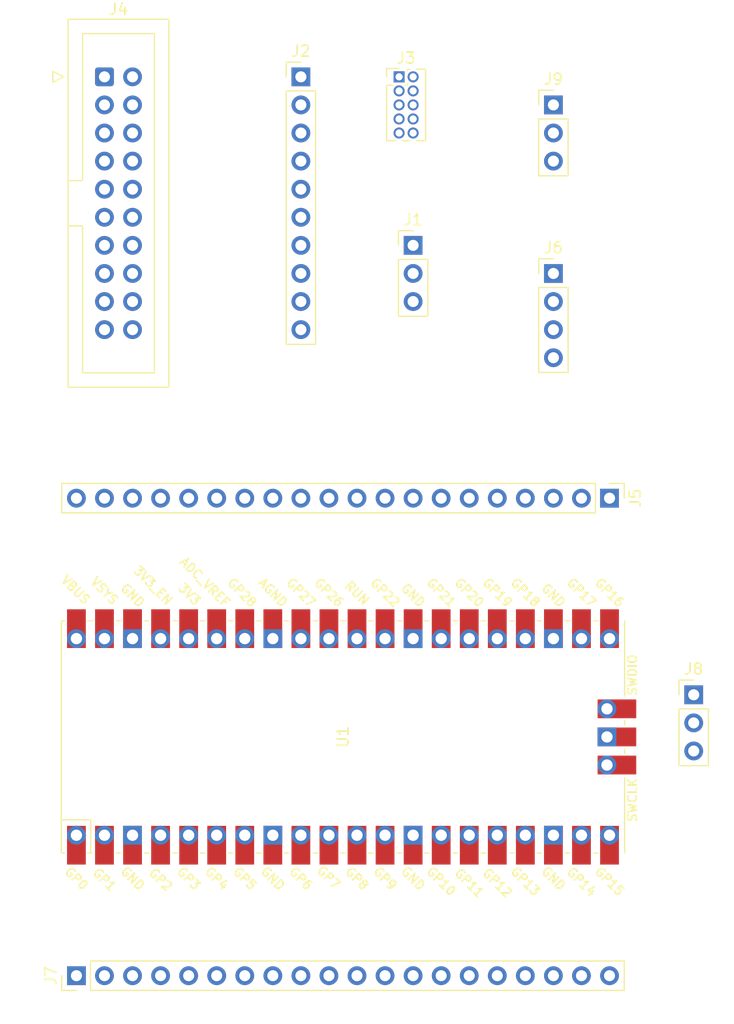
<source format=kicad_pcb>
(kicad_pcb (version 20221018) (generator pcbnew)
  (layers (0 "F.Cu" signal) (31 "B.Cu" signal) (34 "B.Paste" user) (35 "F.Paste" user) (36 "B.SilkS" user "B.Silkscreen") (37 "F.SilkS" user "F.Silkscreen") (38 "B.Mask" user) (39 "F.Mask" user) (44 "Edge.Cuts" user))
  (net 0 "")
  (net 1 "GND")
  (net 2 "/VTREF")
  (net 3 "/TRST")
  (net 4 "/TDI")
  (net 5 "/TMS")
  (net 6 "/TCK")
  (net 7 "/RTCK")
  (net 8 "/TDO")
  (net 9 "/Reset")
  (net 10 "/Pin17")
  (net 11 "/VSupply")
  (net 14 "Net-(J5-Pin_1)")
  (net 15 "Net-(J5-Pin_2)")
  (net 16 "Net-(J5-Pin_4)")
  (net 17 "Net-(J5-Pin_5)")
  (net 18 "Net-(J5-Pin_6)")
  (net 19 "Net-(J5-Pin_7)")
  (net 20 "Net-(J5-Pin_9)")
  (net 21 "Net-(J5-Pin_10)")
  (net 22 "Net-(J5-Pin_11)")
  (net 23 "Net-(J5-Pin_12)")
  (net 24 "Net-(J5-Pin_14)")
  (net 25 "Net-(J5-Pin_15)")
  (net 26 "Net-(J5-Pin_16)")
  (net 27 "Net-(J5-Pin_17)")
  (net 28 "/VSYS")
  (net 29 "/VBUS")
  (net 30 "/RXD")
  (net 31 "/TXD")
  (net 32 "Net-(J7-Pin_1)")
  (net 33 "Net-(J7-Pin_2)")
  (net 34 "Net-(J7-Pin_9)")
  (net 35 "Net-(J7-Pin_10)")
  (net 36 "Net-(J7-Pin_11)")
  (net 37 "Net-(J7-Pin_12)")
  (net 38 "Net-(J7-Pin_14)")
  (net 39 "Net-(J7-Pin_15)")
  (net 40 "Net-(J7-Pin_16)")
  (net 41 "Net-(J7-Pin_17)")
  (net 42 "Net-(J7-Pin_19)")
  (net 43 "Net-(J7-Pin_20)")
  (net 44 "Net-(J8-Pin_1)")
  (net 45 "Net-(J8-Pin_3)")
  (footprint "Connector_IDC:IDC-Header_2x10_P2.54mm_Vertical" (layer "F.Cu") (at 91.44 53.34)
    (fp_text reference "J4" (at 1.27 -6.1) (layer "F.SilkS"))
    (fp_text value "JLink IDC")
    (fp_line (start -4.68 -0.5) (end -4.68 0.5) (stroke (width 0.12)) (layer "F.SilkS"))
    (fp_line (start -4.68 0.5) (end -3.68 0) (stroke (width 0.12)) (layer "F.SilkS"))
    (fp_line (start -3.68 0) (end -4.68 -0.5) (stroke (width 0.12)) (layer "F.SilkS"))
    (fp_line (start -3.29 -5.21) (end 5.83 -5.21) (stroke (width 0.12)) (layer "F.SilkS"))
    (fp_line (start -3.29 9.38) (end -1.98 9.38) (stroke (width 0.12)) (layer "F.SilkS"))
    (fp_line (start -3.29 28.07) (end -3.29 -5.21) (stroke (width 0.12)) (layer "F.SilkS"))
    (fp_line (start -1.98 -3.91) (end 4.52 -3.91) (stroke (width 0.12)) (layer "F.SilkS"))
    (fp_line (start -1.98 9.38) (end -1.98 -3.91) (stroke (width 0.12)) (layer "F.SilkS"))
    (fp_line (start -1.98 13.48) (end -3.29 13.48) (stroke (width 0.12)) (layer "F.SilkS"))
    (fp_line (start -1.98 13.48) (end -1.98 13.48) (stroke (width 0.12)) (layer "F.SilkS"))
    (fp_line (start -1.98 26.77) (end -1.98 13.48) (stroke (width 0.12)) (layer "F.SilkS"))
    (fp_line (start 4.52 -3.91) (end 4.52 26.77) (stroke (width 0.12)) (layer "F.SilkS"))
    (fp_line (start 4.52 26.77) (end -1.98 26.77) (stroke (width 0.12)) (layer "F.SilkS"))
    (fp_line (start 5.83 -5.21) (end 5.83 28.07) (stroke (width 0.12)) (layer "F.SilkS"))
    (fp_line (start 5.83 28.07) (end -3.29 28.07) (stroke (width 0.12)) (layer "F.SilkS"))
    (pad "1" thru_hole roundrect (at 0 0) (size 1.7 1.7) (drill 1) (layers "*.Cu" "*.Mask") (roundrect_rratio 0.147059) (net 2 "/VTREF"))
    (pad "2" thru_hole circle (at 2.54 0) (size 1.7 1.7) (drill 1) (layers "*.Cu" "*.Mask"))
    (pad "3" thru_hole circle (at 0 2.54) (size 1.7 1.7) (drill 1) (layers "*.Cu" "*.Mask") (net 3 "/TRST"))
    (pad "4" thru_hole circle (at 2.54 2.54) (size 1.7 1.7) (drill 1) (layers "*.Cu" "*.Mask") (net 1 "GND"))
    (pad "5" thru_hole circle (at 0 5.08) (size 1.7 1.7) (drill 1) (layers "*.Cu" "*.Mask") (net 4 "/TDI"))
    (pad "6" thru_hole circle (at 2.54 5.08) (size 1.7 1.7) (drill 1) (layers "*.Cu" "*.Mask") (net 1 "GND"))
    (pad "7" thru_hole circle (at 0 7.62) (size 1.7 1.7) (drill 1) (layers "*.Cu" "*.Mask") (net 5 "/TMS"))
    (pad "8" thru_hole circle (at 2.54 7.62) (size 1.7 1.7) (drill 1) (layers "*.Cu" "*.Mask") (net 1 "GND"))
    (pad "9" thru_hole circle (at 0 10.16) (size 1.7 1.7) (drill 1) (layers "*.Cu" "*.Mask") (net 6 "/TCK"))
    (pad "10" thru_hole circle (at 2.54 10.16) (size 1.7 1.7) (drill 1) (layers "*.Cu" "*.Mask") (net 1 "GND"))
    (pad "11" thru_hole circle (at 0 12.7) (size 1.7 1.7) (drill 1) (layers "*.Cu" "*.Mask") (net 7 "/RTCK"))
    (pad "12" thru_hole circle (at 2.54 12.7) (size 1.7 1.7) (drill 1) (layers "*.Cu" "*.Mask") (net 1 "GND"))
    (pad "13" thru_hole circle (at 0 15.24) (size 1.7 1.7) (drill 1) (layers "*.Cu" "*.Mask") (net 8 "/TDO"))
    (pad "14" thru_hole circle (at 2.54 15.24) (size 1.7 1.7) (drill 1) (layers "*.Cu" "*.Mask") (net 1 "GND"))
    (pad "15" thru_hole circle (at 0 17.78) (size 1.7 1.7) (drill 1) (layers "*.Cu" "*.Mask") (net 9 "/Reset"))
    (pad "16" thru_hole circle (at 2.54 17.78) (size 1.7 1.7) (drill 1) (layers "*.Cu" "*.Mask") (net 1 "GND"))
    (pad "17" thru_hole circle (at 0 20.32) (size 1.7 1.7) (drill 1) (layers "*.Cu" "*.Mask") (net 10 "/Pin17"))
    (pad "18" thru_hole circle (at 2.54 20.32) (size 1.7 1.7) (drill 1) (layers "*.Cu" "*.Mask") (net 1 "GND"))
    (pad "19" thru_hole circle (at 0 22.86) (size 1.7 1.7) (drill 1) (layers "*.Cu" "*.Mask") (net 11 "/VSupply"))
    (pad "20" thru_hole circle (at 2.54 22.86) (size 1.7 1.7) (drill 1) (layers "*.Cu" "*.Mask") (net 1 "GND"))
  )
  (footprint "Connector_PinHeader_2.54mm:PinHeader_1x03_P2.54mm_Vertical" (layer "F.Cu") (at 132.08 55.88)
    (fp_text reference "J9" (at 0 -2.33) (layer "F.SilkS"))
    (fp_text value "RP2040 Power")
    (fp_line (start -1.33 -1.33) (end 0 -1.33) (stroke (width 0.12)) (layer "F.SilkS"))
    (fp_line (start -1.33 0) (end -1.33 -1.33) (stroke (width 0.12)) (layer "F.SilkS"))
    (fp_line (start -1.33 1.27) (end -1.33 6.41) (stroke (width 0.12)) (layer "F.SilkS"))
    (fp_line (start -1.33 1.27) (end 1.33 1.27) (stroke (width 0.12)) (layer "F.SilkS"))
    (fp_line (start -1.33 6.41) (end 1.33 6.41) (stroke (width 0.12)) (layer "F.SilkS"))
    (fp_line (start 1.33 1.27) (end 1.33 6.41) (stroke (width 0.12)) (layer "F.SilkS"))
    (pad "1" thru_hole rect (at 0 0) (size 1.7 1.7) (drill 1) (layers "*.Cu" "*.Mask") (net 29 "/VBUS"))
    (pad "2" thru_hole oval (at 0 2.54) (size 1.7 1.7) (drill 1) (layers "*.Cu" "*.Mask") (net 28 "/VSYS"))
    (pad "3" thru_hole oval (at 0 5.08) (size 1.7 1.7) (drill 1) (layers "*.Cu" "*.Mask") (net 1 "GND"))
  )
  (footprint "Connector_PinHeader_1.27mm:PinHeader_2x05_P1.27mm_Vertical" (layer "F.Cu") (at 118.11 53.34)
    (fp_text reference "J3" (at 0.635 -1.695) (layer "F.SilkS"))
    (fp_text value "SWD Mini IDC")
    (fp_line (start -1.13 -0.76) (end 0 -0.76) (stroke (width 0.12)) (layer "F.SilkS"))
    (fp_line (start -1.13 0) (end -1.13 -0.76) (stroke (width 0.12)) (layer "F.SilkS"))
    (fp_line (start -1.13 0.76) (end -1.13 5.775) (stroke (width 0.12)) (layer "F.SilkS"))
    (fp_line (start -1.13 0.76) (end -0.563471 0.76) (stroke (width 0.12)) (layer "F.SilkS"))
    (fp_line (start -1.13 5.775) (end -0.30753 5.775) (stroke (width 0.12)) (layer "F.SilkS"))
    (fp_line (start 0.30753 5.775) (end 0.96247 5.775) (stroke (width 0.12)) (layer "F.SilkS"))
    (fp_line (start 0.563471 0.76) (end 0.706529 0.76) (stroke (width 0.12)) (layer "F.SilkS"))
    (fp_line (start 0.76 -0.695) (end 0.96247 -0.695) (stroke (width 0.12)) (layer "F.SilkS"))
    (fp_line (start 0.76 -0.563471) (end 0.76 -0.695) (stroke (width 0.12)) (layer "F.SilkS"))
    (fp_line (start 0.76 0.706529) (end 0.76 0.563471) (stroke (width 0.12)) (layer "F.SilkS"))
    (fp_line (start 1.57753 -0.695) (end 2.4 -0.695) (stroke (width 0.12)) (layer "F.SilkS"))
    (fp_line (start 1.57753 5.775) (end 2.4 5.775) (stroke (width 0.12)) (layer "F.SilkS"))
    (fp_line (start 2.4 -0.695) (end 2.4 5.775) (stroke (width 0.12)) (layer "F.SilkS"))
    (pad "1" thru_hole rect (at 0 0) (size 1 1) (drill 0.65) (layers "*.Cu" "*.Mask") (net 2 "/VTREF"))
    (pad "2" thru_hole oval (at 1.27 0) (size 1 1) (drill 0.65) (layers "*.Cu" "*.Mask") (net 5 "/TMS"))
    (pad "3" thru_hole oval (at 0 1.27) (size 1 1) (drill 0.65) (layers "*.Cu" "*.Mask") (net 1 "GND"))
    (pad "4" thru_hole oval (at 1.27 1.27) (size 1 1) (drill 0.65) (layers "*.Cu" "*.Mask") (net 6 "/TCK"))
    (pad "5" thru_hole oval (at 0 2.54) (size 1 1) (drill 0.65) (layers "*.Cu" "*.Mask") (net 1 "GND"))
    (pad "6" thru_hole oval (at 1.27 2.54) (size 1 1) (drill 0.65) (layers "*.Cu" "*.Mask") (net 8 "/TDO"))
    (pad "7" thru_hole oval (at 0 3.81) (size 1 1) (drill 0.65) (layers "*.Cu" "*.Mask"))
    (pad "8" thru_hole oval (at 1.27 3.81) (size 1 1) (drill 0.65) (layers "*.Cu" "*.Mask") (net 4 "/TDI"))
    (pad "9" thru_hole oval (at 0 5.08) (size 1 1) (drill 0.65) (layers "*.Cu" "*.Mask") (net 1 "GND"))
    (pad "10" thru_hole oval (at 1.27 5.08) (size 1 1) (drill 0.65) (layers "*.Cu" "*.Mask") (net 9 "/Reset"))
  )
  (footprint "Connector_PinHeader_2.54mm:PinHeader_1x20_P2.54mm_Vertical" (layer "F.Cu") (at 137.16 91.44 -90)
    (fp_text reference "J5" (at 0 -2.33 90) (layer "F.SilkS"))
    (fp_text value "Pico GPIO2")
    (fp_line (start -1.33 -1.33) (end 0 -1.33) (stroke (width 0.12)) (layer "F.SilkS"))
    (fp_line (start -1.33 0) (end -1.33 -1.33) (stroke (width 0.12)) (layer "F.SilkS"))
    (fp_line (start -1.33 1.27) (end -1.33 49.59) (stroke (width 0.12)) (layer "F.SilkS"))
    (fp_line (start -1.33 1.27) (end 1.33 1.27) (stroke (width 0.12)) (layer "F.SilkS"))
    (fp_line (start -1.33 49.59) (end 1.33 49.59) (stroke (width 0.12)) (layer "F.SilkS"))
    (fp_line (start 1.33 1.27) (end 1.33 49.59) (stroke (width 0.12)) (layer "F.SilkS"))
    (pad "1" thru_hole rect (at 0 0 270) (size 1.7 1.7) (drill 1) (layers "*.Cu" "*.Mask") (net 14 "Net-(J5-Pin_1)"))
    (pad "2" thru_hole oval (at 0 2.54 270) (size 1.7 1.7) (drill 1) (layers "*.Cu" "*.Mask") (net 15 "Net-(J5-Pin_2)"))
    (pad "3" thru_hole oval (at 0 5.08 270) (size 1.7 1.7) (drill 1) (layers "*.Cu" "*.Mask") (net 1 "GND"))
    (pad "4" thru_hole oval (at 0 7.62 270) (size 1.7 1.7) (drill 1) (layers "*.Cu" "*.Mask") (net 16 "Net-(J5-Pin_4)"))
    (pad "5" thru_hole oval (at 0 10.16 270) (size 1.7 1.7) (drill 1) (layers "*.Cu" "*.Mask") (net 17 "Net-(J5-Pin_5)"))
    (pad "6" thru_hole oval (at 0 12.7 270) (size 1.7 1.7) (drill 1) (layers "*.Cu" "*.Mask") (net 18 "Net-(J5-Pin_6)"))
    (pad "7" thru_hole oval (at 0 15.24 270) (size 1.7 1.7) (drill 1) (layers "*.Cu" "*.Mask") (net 19 "Net-(J5-Pin_7)"))
    (pad "8" thru_hole oval (at 0 17.78 270) (size 1.7 1.7) (drill 1) (layers "*.Cu" "*.Mask") (net 1 "GND"))
    (pad "9" thru_hole oval (at 0 20.32 270) (size 1.7 1.7) (drill 1) (layers "*.Cu" "*.Mask") (net 20 "Net-(J5-Pin_9)"))
    (pad "10" thru_hole oval (at 0 22.86 270) (size 1.7 1.7) (drill 1) (layers "*.Cu" "*.Mask") (net 21 "Net-(J5-Pin_10)"))
    (pad "11" thru_hole oval (at 0 25.4 270) (size 1.7 1.7) (drill 1) (layers "*.Cu" "*.Mask") (net 22 "Net-(J5-Pin_11)"))
    (pad "12" thru_hole oval (at 0 27.94 270) (size 1.7 1.7) (drill 1) (layers "*.Cu" "*.Mask") (net 23 "Net-(J5-Pin_12)"))
    (pad "13" thru_hole oval (at 0 30.48 270) (size 1.7 1.7) (drill 1) (layers "*.Cu" "*.Mask") (net 1 "GND"))
    (pad "14" thru_hole oval (at 0 33.02 270) (size 1.7 1.7) (drill 1) (layers "*.Cu" "*.Mask") (net 24 "Net-(J5-Pin_14)"))
    (pad "15" thru_hole oval (at 0 35.56 270) (size 1.7 1.7) (drill 1) (layers "*.Cu" "*.Mask") (net 25 "Net-(J5-Pin_15)"))
    (pad "16" thru_hole oval (at 0 38.1 270) (size 1.7 1.7) (drill 1) (layers "*.Cu" "*.Mask") (net 26 "Net-(J5-Pin_16)"))
    (pad "17" thru_hole oval (at 0 40.64 270) (size 1.7 1.7) (drill 1) (layers "*.Cu" "*.Mask") (net 27 "Net-(J5-Pin_17)"))
    (pad "18" thru_hole oval (at 0 43.18 270) (size 1.7 1.7) (drill 1) (layers "*.Cu" "*.Mask") (net 1 "GND"))
    (pad "19" thru_hole oval (at 0 45.72 270) (size 1.7 1.7) (drill 1) (layers "*.Cu" "*.Mask") (net 28 "/VSYS"))
    (pad "20" thru_hole oval (at 0 48.26 270) (size 1.7 1.7) (drill 1) (layers "*.Cu" "*.Mask") (net 29 "/VBUS"))
  )
  (footprint "Connector_PinHeader_2.54mm:PinHeader_1x20_P2.54mm_Vertical" (layer "F.Cu") (at 88.9 134.62 90)
    (fp_text reference "J7" (at 0 -2.33 90) (layer "F.SilkS"))
    (fp_text value "Pico GPIO1")
    (fp_line (start -1.33 -1.33) (end 0 -1.33) (stroke (width 0.12)) (layer "F.SilkS"))
    (fp_line (start -1.33 0) (end -1.33 -1.33) (stroke (width 0.12)) (layer "F.SilkS"))
    (fp_line (start -1.33 1.27) (end -1.33 49.59) (stroke (width 0.12)) (layer "F.SilkS"))
    (fp_line (start -1.33 1.27) (end 1.33 1.27) (stroke (width 0.12)) (layer "F.SilkS"))
    (fp_line (start -1.33 49.59) (end 1.33 49.59) (stroke (width 0.12)) (layer "F.SilkS"))
    (fp_line (start 1.33 1.27) (end 1.33 49.59) (stroke (width 0.12)) (layer "F.SilkS"))
    (pad "1" thru_hole rect (at 0 0 90) (size 1.7 1.7) (drill 1) (layers "*.Cu" "*.Mask") (net 32 "Net-(J7-Pin_1)"))
    (pad "2" thru_hole oval (at 0 2.54 90) (size 1.7 1.7) (drill 1) (layers "*.Cu" "*.Mask") (net 33 "Net-(J7-Pin_2)"))
    (pad "3" thru_hole oval (at 0 5.08 90) (size 1.7 1.7) (drill 1) (layers "*.Cu" "*.Mask") (net 1 "GND"))
    (pad "4" thru_hole oval (at 0 7.62 90) (size 1.7 1.7) (drill 1) (layers "*.Cu" "*.Mask") (net 6 "/TCK"))
    (pad "5" thru_hole oval (at 0 10.16 90) (size 1.7 1.7) (drill 1) (layers "*.Cu" "*.Mask") (net 5 "/TMS"))
    (pad "6" thru_hole oval (at 0 12.7 90) (size 1.7 1.7) (drill 1) (layers "*.Cu" "*.Mask") (net 30 "/RXD"))
    (pad "7" thru_hole oval (at 0 15.24 90) (size 1.7 1.7) (drill 1) (layers "*.Cu" "*.Mask") (net 31 "/TXD"))
    (pad "8" thru_hole oval (at 0 17.78 90) (size 1.7 1.7) (drill 1) (layers "*.Cu" "*.Mask") (net 1 "GND"))
    (pad "9" thru_hole oval (at 0 20.32 90) (size 1.7 1.7) (drill 1) (layers "*.Cu" "*.Mask") (net 34 "Net-(J7-Pin_9)"))
    (pad "10" thru_hole oval (at 0 22.86 90) (size 1.7 1.7) (drill 1) (layers "*.Cu" "*.Mask") (net 35 "Net-(J7-Pin_10)"))
    (pad "11" thru_hole oval (at 0 25.4 90) (size 1.7 1.7) (drill 1) (layers "*.Cu" "*.Mask") (net 36 "Net-(J7-Pin_11)"))
    (pad "12" thru_hole oval (at 0 27.94 90) (size 1.7 1.7) (drill 1) (layers "*.Cu" "*.Mask") (net 37 "Net-(J7-Pin_12)"))
    (pad "13" thru_hole oval (at 0 30.48 90) (size 1.7 1.7) (drill 1) (layers "*.Cu" "*.Mask") (net 1 "GND"))
    (pad "14" thru_hole oval (at 0 33.02 90) (size 1.7 1.7) (drill 1) (layers "*.Cu" "*.Mask") (net 38 "Net-(J7-Pin_14)"))
    (pad "15" thru_hole oval (at 0 35.56 90) (size 1.7 1.7) (drill 1) (layers "*.Cu" "*.Mask") (net 39 "Net-(J7-Pin_15)"))
    (pad "16" thru_hole oval (at 0 38.1 90) (size 1.7 1.7) (drill 1) (layers "*.Cu" "*.Mask") (net 40 "Net-(J7-Pin_16)"))
    (pad "17" thru_hole oval (at 0 40.64 90) (size 1.7 1.7) (drill 1) (layers "*.Cu" "*.Mask") (net 41 "Net-(J7-Pin_17)"))
    (pad "18" thru_hole oval (at 0 43.18 90) (size 1.7 1.7) (drill 1) (layers "*.Cu" "*.Mask") (net 1 "GND"))
    (pad "19" thru_hole oval (at 0 45.72 90) (size 1.7 1.7) (drill 1) (layers "*.Cu" "*.Mask") (net 42 "Net-(J7-Pin_19)"))
    (pad "20" thru_hole oval (at 0 48.26 90) (size 1.7 1.7) (drill 1) (layers "*.Cu" "*.Mask") (net 43 "Net-(J7-Pin_20)"))
  )
  (footprint "Connector_PinHeader_2.54mm:PinHeader_1x10_P2.54mm_Vertical" (layer "F.Cu") (at 109.22 53.34)
    (fp_text reference "J2" (at 0 -2.33) (layer "F.SilkS"))
    (fp_text value "Breakout")
    (fp_line (start -1.33 -1.33) (end 0 -1.33) (stroke (width 0.12)) (layer "F.SilkS"))
    (fp_line (start -1.33 0) (end -1.33 -1.33) (stroke (width 0.12)) (layer "F.SilkS"))
    (fp_line (start -1.33 1.27) (end -1.33 24.19) (stroke (width 0.12)) (layer "F.SilkS"))
    (fp_line (start -1.33 1.27) (end 1.33 1.27) (stroke (width 0.12)) (layer "F.SilkS"))
    (fp_line (start -1.33 24.19) (end 1.33 24.19) (stroke (width 0.12)) (layer "F.SilkS"))
    (fp_line (start 1.33 1.27) (end 1.33 24.19) (stroke (width 0.12)) (layer "F.SilkS"))
    (pad "1" thru_hole rect (at 0 0) (size 1.7 1.7) (drill 1) (layers "*.Cu" "*.Mask") (net 2 "/VTREF"))
    (pad "2" thru_hole oval (at 0 2.54) (size 1.7 1.7) (drill 1) (layers "*.Cu" "*.Mask") (net 3 "/TRST"))
    (pad "3" thru_hole oval (at 0 5.08) (size 1.7 1.7) (drill 1) (layers "*.Cu" "*.Mask") (net 4 "/TDI"))
    (pad "4" thru_hole oval (at 0 7.62) (size 1.7 1.7) (drill 1) (layers "*.Cu" "*.Mask") (net 5 "/TMS"))
    (pad "5" thru_hole oval (at 0 10.16) (size 1.7 1.7) (drill 1) (layers "*.Cu" "*.Mask") (net 6 "/TCK"))
    (pad "6" thru_hole oval (at 0 12.7) (size 1.7 1.7) (drill 1) (layers "*.Cu" "*.Mask") (net 7 "/RTCK"))
    (pad "7" thru_hole oval (at 0 15.24) (size 1.7 1.7) (drill 1) (layers "*.Cu" "*.Mask") (net 8 "/TDO"))
    (pad "8" thru_hole oval (at 0 17.78) (size 1.7 1.7) (drill 1) (layers "*.Cu" "*.Mask") (net 9 "/Reset"))
    (pad "9" thru_hole oval (at 0 20.32) (size 1.7 1.7) (drill 1) (layers "*.Cu" "*.Mask") (net 10 "/Pin17"))
    (pad "10" thru_hole oval (at 0 22.86) (size 1.7 1.7) (drill 1) (layers "*.Cu" "*.Mask") (net 11 "/VSupply"))
  )
  (footprint "Connector_PinHeader_2.54mm:PinHeader_1x03_P2.54mm_Vertical" (layer "F.Cu") (at 144.78 109.22)
    (fp_text reference "J8" (at 0 -2.33) (layer "F.SilkS"))
    (fp_text value "Pico SWD")
    (fp_line (start -1.33 -1.33) (end 0 -1.33) (stroke (width 0.12)) (layer "F.SilkS"))
    (fp_line (start -1.33 0) (end -1.33 -1.33) (stroke (width 0.12)) (layer "F.SilkS"))
    (fp_line (start -1.33 1.27) (end -1.33 6.41) (stroke (width 0.12)) (layer "F.SilkS"))
    (fp_line (start -1.33 1.27) (end 1.33 1.27) (stroke (width 0.12)) (layer "F.SilkS"))
    (fp_line (start -1.33 6.41) (end 1.33 6.41) (stroke (width 0.12)) (layer "F.SilkS"))
    (fp_line (start 1.33 1.27) (end 1.33 6.41) (stroke (width 0.12)) (layer "F.SilkS"))
    (pad "1" thru_hole rect (at 0 0) (size 1.7 1.7) (drill 1) (layers "*.Cu" "*.Mask") (net 44 "Net-(J8-Pin_1)"))
    (pad "2" thru_hole oval (at 0 2.54) (size 1.7 1.7) (drill 1) (layers "*.Cu" "*.Mask") (net 1 "GND"))
    (pad "3" thru_hole oval (at 0 5.08) (size 1.7 1.7) (drill 1) (layers "*.Cu" "*.Mask") (net 45 "Net-(J8-Pin_3)"))
  )
  (footprint "Connector_PinHeader_2.54mm:PinHeader_1x03_P2.54mm_Vertical" (layer "F.Cu") (at 119.38 68.58)
    (fp_text reference "J1" (at 0 -2.33) (layer "F.SilkS"))
    (fp_text value "GND")
    (fp_line (start -1.33 -1.33) (end 0 -1.33) (stroke (width 0.12)) (layer "F.SilkS"))
    (fp_line (start -1.33 0) (end -1.33 -1.33) (stroke (width 0.12)) (layer "F.SilkS"))
    (fp_line (start -1.33 1.27) (end -1.33 6.41) (stroke (width 0.12)) (layer "F.SilkS"))
    (fp_line (start -1.33 1.27) (end 1.33 1.27) (stroke (width 0.12)) (layer "F.SilkS"))
    (fp_line (start -1.33 6.41) (end 1.33 6.41) (stroke (width 0.12)) (layer "F.SilkS"))
    (fp_line (start 1.33 1.27) (end 1.33 6.41) (stroke (width 0.12)) (layer "F.SilkS"))
    (pad "1" thru_hole rect (at 0 0) (size 1.7 1.7) (drill 1) (layers "*.Cu" "*.Mask") (net 1 "GND"))
    (pad "2" thru_hole oval (at 0 2.54) (size 1.7 1.7) (drill 1) (layers "*.Cu" "*.Mask") (net 1 "GND"))
    (pad "3" thru_hole oval (at 0 5.08) (size 1.7 1.7) (drill 1) (layers "*.Cu" "*.Mask") (net 1 "GND"))
  )
  (footprint "MCU_RaspberryPi_and_Boards:RPi_Pico_SMD_TH" (layer "F.Cu") (at 113.03 113.03 90)
    (fp_text reference "U1" (at 0 0 90) (layer "F.SilkS"))
    (fp_text value "Pico")
    (fp_text user "GP18" (at 13.054 16.51 135) (layer "F.SilkS") (effects (font (size 0.8 0.8))))
    (fp_text user "GP14" (at -13.1 21.59 135) (layer "F.SilkS") (effects (font (size 0.8 0.8))))
    (fp_text user "GND" (at 12.8 6.35 135) (layer "F.SilkS") (effects (font (size 0.8 0.8))))
    (fp_text user "GND" (at -12.8 -6.35 135) (layer "F.SilkS") (effects (font (size 0.8 0.8))))
    (fp_text user "GND" (at -12.8 6.35 135) (layer "F.SilkS") (effects (font (size 0.8 0.8))))
    (fp_text user "GP28" (at 13.054 -9.144 135) (layer "F.SilkS") (effects (font (size 0.8 0.8))))
    (fp_text user "ADC_VREF" (at 14 -12.5 135) (layer "F.SilkS") (effects (font (size 0.8 0.8))))
    (fp_text user "GP20" (at 13.054 11.43 135) (layer "F.SilkS") (effects (font (size 0.8 0.8))))
    (fp_text user "GP7" (at -12.7 -1.3 135) (layer "F.SilkS") (effects (font (size 0.8 0.8))))
    (fp_text user "RUN" (at 13 1.27 135) (layer "F.SilkS") (effects (font (size 0.8 0.8))))
    (fp_text user "GND" (at -12.8 19.05 135) (layer "F.SilkS") (effects (font (size 0.8 0.8))))
    (fp_text user "GP11" (at -13.2 11.43 135) (layer "F.SilkS") (effects (font (size 0.8 0.8))))
    (fp_text user "3V3" (at 12.9 -13.9 135) (layer "F.SilkS") (effects (font (size 0.8 0.8))))
    (fp_text user "AGND" (at 13.054 -6.35 135) (layer "F.SilkS") (effects (font (size 0.8 0.8))))
    (fp_text user "GND" (at -12.8 -19.05 135) (layer "F.SilkS") (effects (font (size 0.8 0.8))))
    (fp_text user "GP22" (at 13.054 3.81 135) (layer "F.SilkS") (effects (font (size 0.8 0.8))))
    (fp_text user "GP5" (at -12.8 -8.89 135) (layer "F.SilkS") (effects (font (size 0.8 0.8))))
    (fp_text user "GP12" (at -13.2 13.97 135) (layer "F.SilkS") (effects (font (size 0.8 0.8))))
    (fp_text user "GP17" (at 13.054 21.59 135) (layer "F.SilkS") (effects (font (size 0.8 0.8))))
    (fp_text user "GP27" (at 13.054 -3.8 135) (layer "F.SilkS") (effects (font (size 0.8 0.8))))
    (fp_text user "SWDIO" (at 5.6 26.2 90) (layer "F.SilkS") (effects (font (size 0.8 0.8))))
    (fp_text user "3V3_EN" (at 13.7 -17.2 135) (layer "F.SilkS") (effects (font (size 0.8 0.8))))
    (fp_text user "GP0" (at -12.8 -24.13 135) (layer "F.SilkS") (effects (font (size 0.8 0.8))))
    (fp_text user "GP2" (at -12.9 -16.51 135) (layer "F.SilkS") (effects (font (size 0.8 0.8))))
    (fp_text user "GP26" (at 13.054 -1.27 135) (layer "F.SilkS") (effects (font (size 0.8 0.8))))
    (fp_text user "GP3" (at -12.8 -13.97 135) (layer "F.SilkS") (effects (font (size 0.8 0.8))))
    (fp_text user "GP16" (at 13.054 24.13 135) (layer "F.SilkS") (effects (font (size 0.8 0.8))))
    (fp_text user "GP6" (at -12.8 -3.81 135) (layer "F.SilkS") (effects (font (size 0.8 0.8))))
    (fp_text user "GP10" (at -13.054 8.89 135) (layer "F.SilkS") (effects (font (size 0.8 0.8))))
    (fp_text user "GP21" (at 13.054 8.9 135) (layer "F.SilkS") (effects (font (size 0.8 0.8))))
    (fp_text user "SWCLK" (at -5.7 26.2 90) (layer "F.SilkS") (effects (font (size 0.8 0.8))))
    (fp_text user "GND" (at 12.8 -19.05 135) (layer "F.SilkS") (effects (font (size 0.8 0.8))))
    (fp_text user "VSYS" (at 13.2 -21.59 135) (layer "F.SilkS") (effects (font (size 0.8 0.8))))
    (fp_text user "GP9" (at -12.8 3.81 135) (layer "F.SilkS") (effects (font (size 0.8 0.8))))
    (fp_text user "VBUS" (at 13.3 -24.2 135) (layer "F.SilkS") (effects (font (size 0.8 0.8))))
    (fp_text user "GP13" (at -13.054 16.51 135) (layer "F.SilkS") (effects (font (size 0.8 0.8))))
    (fp_text user "GP8" (at -12.8 1.27 135) (layer "F.SilkS") (effects (font (size 0.8 0.8))))
    (fp_text user "GP1" (at -12.9 -21.6 135) (layer "F.SilkS") (effects (font (size 0.8 0.8))))
    (fp_text user "GND" (at 12.8 19.05 135) (layer "F.SilkS") (effects (font (size 0.8 0.8))))
    (fp_text user "GP15" (at -13.054 24.13 135) (layer "F.SilkS") (effects (font (size 0.8 0.8))))
    (fp_text user "GP4" (at -12.8 -11.43 135) (layer "F.SilkS") (effects (font (size 0.8 0.8))))
    (fp_text user "GP19" (at 13.054 13.97 135) (layer "F.SilkS") (effects (font (size 0.8 0.8))))
    (fp_line (start -10.5 -25.5) (end -10.5 -25.2) (stroke (width 0.12)) (layer "F.SilkS"))
    (fp_line (start -10.5 -25.5) (end 10.5 -25.5) (stroke (width 0.12)) (layer "F.SilkS"))
    (fp_line (start -10.5 -23.1) (end -10.5 -22.7) (stroke (width 0.12)) (layer "F.SilkS"))
    (fp_line (start -10.5 -22.833) (end -7.493 -22.833) (stroke (width 0.12)) (layer "F.SilkS"))
    (fp_line (start -10.5 -20.5) (end -10.5 -20.1) (stroke (width 0.12)) (layer "F.SilkS"))
    (fp_line (start -10.5 -18) (end -10.5 -17.6) (stroke (width 0.12)) (layer "F.SilkS"))
    (fp_line (start -10.5 -15.4) (end -10.5 -15) (stroke (width 0.12)) (layer "F.SilkS"))
    (fp_line (start -10.5 -12.9) (end -10.5 -12.5) (stroke (width 0.12)) (layer "F.SilkS"))
    (fp_line (start -10.5 -10.4) (end -10.5 -10) (stroke (width 0.12)) (layer "F.SilkS"))
    (fp_line (start -10.5 -7.8) (end -10.5 -7.4) (stroke (width 0.12)) (layer "F.SilkS"))
    (fp_line (start -10.5 -5.3) (end -10.5 -4.9) (stroke (width 0.12)) (layer "F.SilkS"))
    (fp_line (start -10.5 -2.7) (end -10.5 -2.3) (stroke (width 0.12)) (layer "F.SilkS"))
    (fp_line (start -10.5 -0.2) (end -10.5 0.2) (stroke (width 0.12)) (layer "F.SilkS"))
    (fp_line (start -10.5 2.3) (end -10.5 2.7) (stroke (width 0.12)) (layer "F.SilkS"))
    (fp_line (start -10.5 4.9) (end -10.5 5.3) (stroke (width 0.12)) (layer "F.SilkS"))
    (fp_line (start -10.5 7.4) (end -10.5 7.8) (stroke (width 0.12)) (layer "F.SilkS"))
    (fp_line (start -10.5 10) (end -10.5 10.4) (stroke (width 0.12)) (layer "F.SilkS"))
    (fp_line (start -10.5 12.5) (end -10.5 12.9) (stroke (width 0.12)) (layer "F.SilkS"))
    (fp_line (start -10.5 15.1) (end -10.5 15.5) (stroke (width 0.12)) (layer "F.SilkS"))
    (fp_line (start -10.5 17.6) (end -10.5 18) (stroke (width 0.12)) (layer "F.SilkS"))
    (fp_line (start -10.5 20.1) (end -10.5 20.5) (stroke (width 0.12)) (layer "F.SilkS"))
    (fp_line (start -10.5 22.7) (end -10.5 23.1) (stroke (width 0.12)) (layer "F.SilkS"))
    (fp_line (start -7.493 -22.833) (end -7.493 -25.5) (stroke (width 0.12)) (layer "F.SilkS"))
    (fp_line (start -3.7 25.5) (end -10.5 25.5) (stroke (width 0.12)) (layer "F.SilkS"))
    (fp_line (start -1.5 25.5) (end -1.1 25.5) (stroke (width 0.12)) (layer "F.SilkS"))
    (fp_line (start 1.1 25.5) (end 1.5 25.5) (stroke (width 0.12)) (layer "F.SilkS"))
    (fp_line (start 10.5 -25.5) (end 10.5 -25.2) (stroke (width 0.12)) (layer "F.SilkS"))
    (fp_line (start 10.5 -23.1) (end 10.5 -22.7) (stroke (width 0.12)) (layer "F.SilkS"))
    (fp_line (start 10.5 -20.5) (end 10.5 -20.1) (stroke (width 0.12)) (layer "F.SilkS"))
    (fp_line (start 10.5 -18) (end 10.5 -17.6) (stroke (width 0.12)) (layer "F.SilkS"))
    (fp_line (start 10.5 -15.4) (end 10.5 -15) (stroke (width 0.12)) (layer "F.SilkS"))
    (fp_line (start 10.5 -12.9) (end 10.5 -12.5) (stroke (width 0.12)) (layer "F.SilkS"))
    (fp_line (start 10.5 -10.4) (end 10.5 -10) (stroke (width 0.12)) (layer "F.SilkS"))
    (fp_line (start 10.5 -7.8) (end 10.5 -7.4) (stroke (width 0.12)) (layer "F.SilkS"))
    (fp_line (start 10.5 -5.3) (end 10.5 -4.9) (stroke (width 0.12)) (layer "F.SilkS"))
    (fp_line (start 10.5 -2.7) (end 10.5 -2.3) (stroke (width 0.12)) (layer "F.SilkS"))
    (fp_line (start 10.5 -0.2) (end 10.5 0.2) (stroke (width 0.12)) (layer "F.SilkS"))
    (fp_line (start 10.5 2.3) (end 10.5 2.7) (stroke (width 0.12)) (layer "F.SilkS"))
    (fp_line (start 10.5 4.9) (end 10.5 5.3) (stroke (width 0.12)) (layer "F.SilkS"))
    (fp_line (start 10.5 7.4) (end 10.5 7.8) (stroke (width 0.12)) (layer "F.SilkS"))
    (fp_line (start 10.5 10) (end 10.5 10.4) (stroke (width 0.12)) (layer "F.SilkS"))
    (fp_line (start 10.5 12.5) (end 10.5 12.9) (stroke (width 0.12)) (layer "F.SilkS"))
    (fp_line (start 10.5 15.1) (end 10.5 15.5) (stroke (width 0.12)) (layer "F.SilkS"))
    (fp_line (start 10.5 17.6) (end 10.5 18) (stroke (width 0.12)) (layer "F.SilkS"))
    (fp_line (start 10.5 20.1) (end 10.5 20.5) (stroke (width 0.12)) (layer "F.SilkS"))
    (fp_line (start 10.5 22.7) (end 10.5 23.1) (stroke (width 0.12)) (layer "F.SilkS"))
    (fp_line (start 10.5 25.5) (end 3.7 25.5) (stroke (width 0.12)) (layer "F.SilkS"))
    (pad "" np_thru_hole oval (at -2.725 -24 90) (size 1.8 1.8) (drill 1.8) (layers "*.Cu" "*.Mask"))
    (pad "" np_thru_hole oval (at -2.425 -20.97 90) (size 1.5 1.5) (drill 1.5) (layers "*.Cu" "*.Mask"))
    (pad "" np_thru_hole oval (at 2.425 -20.97 90) (size 1.5 1.5) (drill 1.5) (layers "*.Cu" "*.Mask"))
    (pad "" np_thru_hole oval (at 2.725 -24 90) (size 1.8 1.8) (drill 1.8) (layers "*.Cu" "*.Mask"))
    (pad "1" thru_hole oval (at -8.89 -24.13 90) (size 1.7 1.7) (drill 1.02) (layers "*.Cu" "*.Mask") (net 32 "Net-(J7-Pin_1)"))
    (pad "1" smd rect (at -8.89 -24.13 90) (size 3.5 1.7) (drill (offset -0.9 0)) (layers "F.Cu" "F.Mask") (net 32 "Net-(J7-Pin_1)"))
    (pad "2" thru_hole oval (at -8.89 -21.59 90) (size 1.7 1.7) (drill 1.02) (layers "*.Cu" "*.Mask") (net 33 "Net-(J7-Pin_2)"))
    (pad "2" smd rect (at -8.89 -21.59 90) (size 3.5 1.7) (drill (offset -0.9 0)) (layers "F.Cu" "F.Mask") (net 33 "Net-(J7-Pin_2)"))
    (pad "3" thru_hole rect (at -8.89 -19.05 90) (size 1.7 1.7) (drill 1.02) (layers "*.Cu" "*.Mask") (net 1 "GND"))
    (pad "3" smd rect (at -8.89 -19.05 90) (size 3.5 1.7) (drill (offset -0.9 0)) (layers "F.Cu" "F.Mask") (net 1 "GND"))
    (pad "4" thru_hole oval (at -8.89 -16.51 90) (size 1.7 1.7) (drill 1.02) (layers "*.Cu" "*.Mask") (net 6 "/TCK"))
    (pad "4" smd rect (at -8.89 -16.51 90) (size 3.5 1.7) (drill (offset -0.9 0)) (layers "F.Cu" "F.Mask") (net 6 "/TCK"))
    (pad "5" thru_hole oval (at -8.89 -13.97 90) (size 1.7 1.7) (drill 1.02) (layers "*.Cu" "*.Mask") (net 5 "/TMS"))
    (pad "5" smd rect (at -8.89 -13.97 90) (size 3.5 1.7) (drill (offset -0.9 0)) (layers "F.Cu" "F.Mask") (net 5 "/TMS"))
    (pad "6" thru_hole oval (at -8.89 -11.43 90) (size 1.7 1.7) (drill 1.02) (layers "*.Cu" "*.Mask") (net 30 "/RXD"))
    (pad "6" smd rect (at -8.89 -11.43 90) (size 3.5 1.7) (drill (offset -0.9 0)) (layers "F.Cu" "F.Mask") (net 30 "/RXD"))
    (pad "7" thru_hole oval (at -8.89 -8.89 90) (size 1.7 1.7) (drill 1.02) (layers "*.Cu" "*.Mask") (net 31 "/TXD"))
    (pad "7" smd rect (at -8.89 -8.89 90) (size 3.5 1.7) (drill (offset -0.9 0)) (layers "F.Cu" "F.Mask") (net 31 "/TXD"))
    (pad "8" thru_hole rect (at -8.89 -6.35 90) (size 1.7 1.7) (drill 1.02) (layers "*.Cu" "*.Mask") (net 1 "GND"))
    (pad "8" smd rect (at -8.89 -6.35 90) (size 3.5 1.7) (drill (offset -0.9 0)) (layers "F.Cu" "F.Mask") (net 1 "GND"))
    (pad "9" thru_hole oval (at -8.89 -3.81 90) (size 1.7 1.7) (drill 1.02) (layers "*.Cu" "*.Mask") (net 34 "Net-(J7-Pin_9)"))
    (pad "9" smd rect (at -8.89 -3.81 90) (size 3.5 1.7) (drill (offset -0.9 0)) (layers "F.Cu" "F.Mask") (net 34 "Net-(J7-Pin_9)"))
    (pad "10" thru_hole oval (at -8.89 -1.27 90) (size 1.7 1.7) (drill 1.02) (layers "*.Cu" "*.Mask") (net 35 "Net-(J7-Pin_10)"))
    (pad "10" smd rect (at -8.89 -1.27 90) (size 3.5 1.7) (drill (offset -0.9 0)) (layers "F.Cu" "F.Mask") (net 35 "Net-(J7-Pin_10)"))
    (pad "11" thru_hole oval (at -8.89 1.27 90) (size 1.7 1.7) (drill 1.02) (layers "*.Cu" "*.Mask") (net 36 "Net-(J7-Pin_11)"))
    (pad "11" smd rect (at -8.89 1.27 90) (size 3.5 1.7) (drill (offset -0.9 0)) (layers "F.Cu" "F.Mask") (net 36 "Net-(J7-Pin_11)"))
    (pad "12" thru_hole oval (at -8.89 3.81 90) (size 1.7 1.7) (drill 1.02) (layers "*.Cu" "*.Mask") (net 37 "Net-(J7-Pin_12)"))
    (pad "12" smd rect (at -8.89 3.81 90) (size 3.5 1.7) (drill (offset -0.9 0)) (layers "F.Cu" "F.Mask") (net 37 "Net-(J7-Pin_12)"))
    (pad "13" thru_hole rect (at -8.89 6.35 90) (size 1.7 1.7) (drill 1.02) (layers "*.Cu" "*.Mask") (net 1 "GND"))
    (pad "13" smd rect (at -8.89 6.35 90) (size 3.5 1.7) (drill (offset -0.9 0)) (layers "F.Cu" "F.Mask") (net 1 "GND"))
    (pad "14" thru_hole oval (at -8.89 8.89 90) (size 1.7 1.7) (drill 1.02) (layers "*.Cu" "*.Mask") (net 38 "Net-(J7-Pin_14)"))
    (pad "14" smd rect (at -8.89 8.89 90) (size 3.5 1.7) (drill (offset -0.9 0)) (layers "F.Cu" "F.Mask") (net 38 "Net-(J7-Pin_14)"))
    (pad "15" thru_hole oval (at -8.89 11.43 90) (size 1.7 1.7) (drill 1.02) (layers "*.Cu" "*.Mask") (net 39 "Net-(J7-Pin_15)"))
    (pad "15" smd rect (at -8.89 11.43 90) (size 3.5 1.7) (drill (offset -0.9 0)) (layers "F.Cu" "F.Mask") (net 39 "Net-(J7-Pin_15)"))
    (pad "16" thru_hole oval (at -8.89 13.97 90) (size 1.7 1.7) (drill 1.02) (layers "*.Cu" "*.Mask") (net 40 "Net-(J7-Pin_16)"))
    (pad "16" smd rect (at -8.89 13.97 90) (size 3.5 1.7) (drill (offset -0.9 0)) (layers "F.Cu" "F.Mask") (net 40 "Net-(J7-Pin_16)"))
    (pad "17" thru_hole oval (at -8.89 16.51 90) (size 1.7 1.7) (drill 1.02) (layers "*.Cu" "*.Mask") (net 41 "Net-(J7-Pin_17)"))
    (pad "17" smd rect (at -8.89 16.51 90) (size 3.5 1.7) (drill (offset -0.9 0)) (layers "F.Cu" "F.Mask") (net 41 "Net-(J7-Pin_17)"))
    (pad "18" thru_hole rect (at -8.89 19.05 90) (size 1.7 1.7) (drill 1.02) (layers "*.Cu" "*.Mask") (net 1 "GND"))
    (pad "18" smd rect (at -8.89 19.05 90) (size 3.5 1.7) (drill (offset -0.9 0)) (layers "F.Cu" "F.Mask") (net 1 "GND"))
    (pad "19" thru_hole oval (at -8.89 21.59 90) (size 1.7 1.7) (drill 1.02) (layers "*.Cu" "*.Mask") (net 42 "Net-(J7-Pin_19)"))
    (pad "19" smd rect (at -8.89 21.59 90) (size 3.5 1.7) (drill (offset -0.9 0)) (layers "F.Cu" "F.Mask") (net 42 "Net-(J7-Pin_19)"))
    (pad "20" thru_hole oval (at -8.89 24.13 90) (size 1.7 1.7) (drill 1.02) (layers "*.Cu" "*.Mask") (net 43 "Net-(J7-Pin_20)"))
    (pad "20" smd rect (at -8.89 24.13 90) (size 3.5 1.7) (drill (offset -0.9 0)) (layers "F.Cu" "F.Mask") (net 43 "Net-(J7-Pin_20)"))
    (pad "21" thru_hole oval (at 8.89 24.13 90) (size 1.7 1.7) (drill 1.02) (layers "*.Cu" "*.Mask") (net 14 "Net-(J5-Pin_1)"))
    (pad "21" smd rect (at 8.89 24.13 90) (size 3.5 1.7) (drill (offset 0.9 0)) (layers "F.Cu" "F.Mask") (net 14 "Net-(J5-Pin_1)"))
    (pad "22" thru_hole oval (at 8.89 21.59 90) (size 1.7 1.7) (drill 1.02) (layers "*.Cu" "*.Mask") (net 15 "Net-(J5-Pin_2)"))
    (pad "22" smd rect (at 8.89 21.59 90) (size 3.5 1.7) (drill (offset 0.9 0)) (layers "F.Cu" "F.Mask") (net 15 "Net-(J5-Pin_2)"))
    (pad "23" thru_hole rect (at 8.89 19.05 90) (size 1.7 1.7) (drill 1.02) (layers "*.Cu" "*.Mask") (net 1 "GND"))
    (pad "23" smd rect (at 8.89 19.05 90) (size 3.5 1.7) (drill (offset 0.9 0)) (layers "F.Cu" "F.Mask") (net 1 "GND"))
    (pad "24" thru_hole oval (at 8.89 16.51 90) (size 1.7 1.7) (drill 1.02) (layers "*.Cu" "*.Mask") (net 16 "Net-(J5-Pin_4)"))
    (pad "24" smd rect (at 8.89 16.51 90) (size 3.5 1.7) (drill (offset 0.9 0)) (layers "F.Cu" "F.Mask") (net 16 "Net-(J5-Pin_4)"))
    (pad "25" thru_hole oval (at 8.89 13.97 90) (size 1.7 1.7) (drill 1.02) (layers "*.Cu" "*.Mask") (net 17 "Net-(J5-Pin_5)"))
    (pad "25" smd rect (at 8.89 13.97 90) (size 3.5 1.7) (drill (offset 0.9 0)) (layers "F.Cu" "F.Mask") (net 17 "Net-(J5-Pin_5)"))
    (pad "26" thru_hole oval (at 8.89 11.43 90) (size 1.7 1.7) (drill 1.02) (layers "*.Cu" "*.Mask") (net 18 "Net-(J5-Pin_6)"))
    (pad "26" smd rect (at 8.89 11.43 90) (size 3.5 1.7) (drill (offset 0.9 0)) (layers "F.Cu" "F.Mask") (net 18 "Net-(J5-Pin_6)"))
    (pad "27" thru_hole oval (at 8.89 8.89 90) (size 1.7 1.7) (drill 1.02) (layers "*.Cu" "*.Mask") (net 19 "Net-(J5-Pin_7)"))
    (pad "27" smd rect (at 8.89 8.89 90) (size 3.5 1.7) (drill (offset 0.9 0)) (layers "F.Cu" "F.Mask") (net 19 "Net-(J5-Pin_7)"))
    (pad "28" thru_hole rect (at 8.89 6.35 90) (size 1.7 1.7) (drill 1.02) (layers "*.Cu" "*.Mask") (net 1 "GND"))
    (pad "28" smd rect (at 8.89 6.35 90) (size 3.5 1.7) (drill (offset 0.9 0)) (layers "F.Cu" "F.Mask") (net 1 "GND"))
    (pad "29" thru_hole oval (at 8.89 3.81 90) (size 1.7 1.7) (drill 1.02) (layers "*.Cu" "*.Mask") (net 20 "Net-(J5-Pin_9)"))
    (pad "29" smd rect (at 8.89 3.81 90) (size 3.5 1.7) (drill (offset 0.9 0)) (layers "F.Cu" "F.Mask") (net 20 "Net-(J5-Pin_9)"))
    (pad "30" thru_hole oval (at 8.89 1.27 90) (size 1.7 1.7) (drill 1.02) (layers "*.Cu" "*.Mask") (net 21 "Net-(J5-Pin_10)"))
    (pad "30" smd rect (at 8.89 1.27 90) (size 3.5 1.7) (drill (offset 0.9 0)) (layers "F.Cu" "F.Mask") (net 21 "Net-(J5-Pin_10)"))
    (pad "31" thru_hole oval (at 8.89 -1.27 90) (size 1.7 1.7) (drill 1.02) (layers "*.Cu" "*.Mask") (net 22 "Net-(J5-Pin_11)"))
    (pad "31" smd rect (at 8.89 -1.27 90) (size 3.5 1.7) (drill (offset 0.9 0)) (layers "F.Cu" "F.Mask") (net 22 "Net-(J5-Pin_11)"))
    (pad "32" thru_hole oval (at 8.89 -3.81 90) (size 1.7 1.7) (drill 1.02) (layers "*.Cu" "*.Mask") (net 23 "Net-(J5-Pin_12)"))
    (pad "32" smd rect (at 8.89 -3.81 90) (size 3.5 1.7) (drill (offset 0.9 0)) (layers "F.Cu" "F.Mask") (net 23 "Net-(J5-Pin_12)"))
    (pad "33" thru_hole rect (at 8.89 -6.35 90) (size 1.7 1.7) (drill 1.02) (layers "*.Cu" "*.Mask") (net 1 "GND"))
    (pad "33" smd rect (at 8.89 -6.35 90) (size 3.5 1.7) (drill (offset 0.9 0)) (layers "F.Cu" "F.Mask") (net 1 "GND"))
    (pad "34" thru_hole oval (at 8.89 -8.89 90) (size 1.7 1.7) (drill 1.02) (layers "*.Cu" "*.Mask") (net 24 "Net-(J5-Pin_14)"))
    (pad "34" smd rect (at 8.89 -8.89 90) (size 3.5 1.7) (drill (offset 0.9 0)) (layers "F.Cu" "F.Mask") (net 24 "Net-(J5-Pin_14)"))
    (pad "35" thru_hole oval (at 8.89 -11.43 90) (size 1.7 1.7) (drill 1.02) (layers "*.Cu" "*.Mask") (net 25 "Net-(J5-Pin_15)"))
    (pad "35" smd rect (at 8.89 -11.43 90) (size 3.5 1.7) (drill (offset 0.9 0)) (layers "F.Cu" "F.Mask") (net 25 "Net-(J5-Pin_15)"))
    (pad "36" thru_hole oval (at 8.89 -13.97 90) (size 1.7 1.7) (drill 1.02) (layers "*.Cu" "*.Mask") (net 26 "Net-(J5-Pin_16)"))
    (pad "36" smd rect (at 8.89 -13.97 90) (size 3.5 1.7) (drill (offset 0.9 0)) (layers "F.Cu" "F.Mask") (net 26 "Net-(J5-Pin_16)"))
    (pad "37" thru_hole oval (at 8.89 -16.51 90) (size 1.7 1.7) (drill 1.02) (layers "*.Cu" "*.Mask") (net 27 "Net-(J5-Pin_17)"))
    (pad "37" smd rect (at 8.89 -16.51 90) (size 3.5 1.7) (drill (offset 0.9 0)) (layers "F.Cu" "F.Mask") (net 27 "Net-(J5-Pin_17)"))
    (pad "38" thru_hole rect (at 8.89 -19.05 90) (size 1.7 1.7) (drill 1.02) (layers "*.Cu" "*.Mask") (net 1 "GND"))
    (pad "38" smd rect (at 8.89 -19.05 90) (size 3.5 1.7) (drill (offset 0.9 0)) (layers "F.Cu" "F.Mask") (net 1 "GND"))
    (pad "39" thru_hole oval (at 8.89 -21.59 90) (size 1.7 1.7) (drill 1.02) (layers "*.Cu" "*.Mask") (net 28 "/VSYS"))
    (pad "39" smd rect (at 8.89 -21.59 90) (size 3.5 1.7) (drill (offset 0.9 0)) (layers "F.Cu" "F.Mask") (net 28 "/VSYS"))
    (pad "40" thru_hole oval (at 8.89 -24.13 90) (size 1.7 1.7) (drill 1.02) (layers "*.Cu" "*.Mask") (net 29 "/VBUS"))
    (pad "40" smd rect (at 8.89 -24.13 90) (size 3.5 1.7) (drill (offset 0.9 0)) (layers "F.Cu" "F.Mask") (net 29 "/VBUS"))
    (pad "41" thru_hole oval (at -2.54 23.9 90) (size 1.7 1.7) (drill 1.02) (layers "*.Cu" "*.Mask") (net 45 "Net-(J8-Pin_3)"))
    (pad "41" smd rect (at -2.54 23.9 180) (size 3.5 1.7) (drill (offset -0.9 0)) (layers "F.Cu" "F.Mask") (net 45 "Net-(J8-Pin_3)"))
    (pad "42" thru_hole rect (at 0 23.9 90) (size 1.7 1.7) (drill 1.02) (layers "*.Cu" "*.Mask") (net 1 "GND"))
    (pad "42" smd rect (at 0 23.9 180) (size 3.5 1.7) (drill (offset -0.9 0)) (layers "F.Cu" "F.Mask") (net 1 "GND"))
    (pad "43" thru_hole oval (at 2.54 23.9 90) (size 1.7 1.7) (drill 1.02) (layers "*.Cu" "*.Mask") (net 44 "Net-(J8-Pin_1)"))
    (pad "43" smd rect (at 2.54 23.9 180) (size 3.5 1.7) (drill (offset -0.9 0)) (layers "F.Cu" "F.Mask") (net 44 "Net-(J8-Pin_1)"))
  )
  (footprint "Connector_PinHeader_2.54mm:PinHeader_1x04_P2.54mm_Vertical" (layer "F.Cu") (at 132.08 71.12)
    (fp_text reference "J6" (at 0 -2.33) (layer "F.SilkS"))
    (fp_text value "RP2040 IO")
    (fp_line (start -1.33 -1.33) (end 0 -1.33) (stroke (width 0.12)) (layer "F.SilkS"))
    (fp_line (start -1.33 0) (end -1.33 -1.33) (stroke (width 0.12)) (layer "F.SilkS"))
    (fp_line (start -1.33 1.27) (end -1.33 8.95) (stroke (width 0.12)) (layer "F.SilkS"))
    (fp_line (start -1.33 1.27) (end 1.33 1.27) (stroke (width 0.12)) (layer "F.SilkS"))
    (fp_line (start -1.33 8.95) (end 1.33 8.95) (stroke (width 0.12)) (layer "F.SilkS"))
    (fp_line (start 1.33 1.27) (end 1.33 8.95) (stroke (width 0.12)) (layer "F.SilkS"))
    (pad "1" thru_hole rect (at 0 0) (size 1.7 1.7) (drill 1) (layers "*.Cu" "*.Mask") (net 6 "/TCK"))
    (pad "2" thru_hole oval (at 0 2.54) (size 1.7 1.7) (drill 1) (layers "*.Cu" "*.Mask") (net 5 "/TMS"))
    (pad "3" thru_hole oval (at 0 5.08) (size 1.7 1.7) (drill 1) (layers "*.Cu" "*.Mask") (net 30 "/RXD"))
    (pad "4" thru_hole oval (at 0 7.62) (size 1.7 1.7) (drill 1) (layers "*.Cu" "*.Mask") (net 31 "/TXD"))
  )
)
</source>
